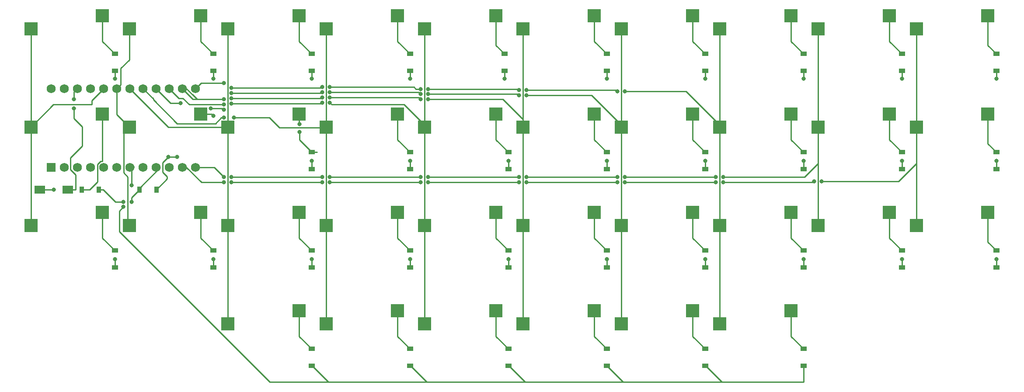
<source format=gbl>
%TF.GenerationSoftware,KiCad,Pcbnew,(5.1.12-1-10_14)*%
%TF.CreationDate,2022-02-07T22:24:56-07:00*%
%TF.ProjectId,youwu36,796f7577-7533-4362-9e6b-696361645f70,rev?*%
%TF.SameCoordinates,Original*%
%TF.FileFunction,Copper,L2,Bot*%
%TF.FilePolarity,Positive*%
%FSLAX46Y46*%
G04 Gerber Fmt 4.6, Leading zero omitted, Abs format (unit mm)*
G04 Created by KiCad (PCBNEW (5.1.12-1-10_14)) date 2022-02-07 22:24:56*
%MOMM*%
%LPD*%
G01*
G04 APERTURE LIST*
%TA.AperFunction,SMDPad,CuDef*%
%ADD10R,2.550000X2.500000*%
%TD*%
%TA.AperFunction,SMDPad,CuDef*%
%ADD11R,2.000000X1.600000*%
%TD*%
%TA.AperFunction,SMDPad,CuDef*%
%ADD12R,1.200000X0.900000*%
%TD*%
%TA.AperFunction,SMDPad,CuDef*%
%ADD13R,0.900000X1.200000*%
%TD*%
%TA.AperFunction,ComponentPad*%
%ADD14C,1.752600*%
%TD*%
%TA.AperFunction,ComponentPad*%
%ADD15R,1.752600X1.752600*%
%TD*%
%TA.AperFunction,ViaPad*%
%ADD16C,0.800000*%
%TD*%
%TA.AperFunction,Conductor*%
%ADD17C,0.250000*%
%TD*%
G04 APERTURE END LIST*
D10*
%TO.P,SW23,2*%
%TO.N,col_6*%
X136340000Y-25778750D03*
%TO.P,SW23,1*%
%TO.N,Net-(D23-Pad2)*%
X150190000Y-23238750D03*
%TD*%
%TO.P,SW36,2*%
%TO.N,col_9*%
X193490000Y-63878750D03*
%TO.P,SW36,1*%
%TO.N,Net-(D36-Pad2)*%
X207340000Y-61338750D03*
%TD*%
%TO.P,SW35,2*%
%TO.N,col_9*%
X193490000Y-44828750D03*
%TO.P,SW35,1*%
%TO.N,Net-(D35-Pad2)*%
X207340000Y-42288750D03*
%TD*%
%TO.P,SW24,2*%
%TO.N,col_6*%
X136340000Y-44828750D03*
%TO.P,SW24,1*%
%TO.N,Net-(D24-Pad2)*%
X150190000Y-42288750D03*
%TD*%
%TO.P,SW25,2*%
%TO.N,col_6*%
X136340000Y-63878750D03*
%TO.P,SW25,1*%
%TO.N,Net-(D25-Pad2)*%
X150190000Y-61338750D03*
%TD*%
%TO.P,SW26,2*%
%TO.N,col_6*%
X136340000Y-82928750D03*
%TO.P,SW26,1*%
%TO.N,Net-(D26-Pad2)*%
X150190000Y-80388750D03*
%TD*%
%TO.P,SW27,2*%
%TO.N,col_7*%
X155390000Y-25778750D03*
%TO.P,SW27,1*%
%TO.N,Net-(D27-Pad2)*%
X169240000Y-23238750D03*
%TD*%
%TO.P,SW28,2*%
%TO.N,col_7*%
X155390000Y-44828750D03*
%TO.P,SW28,1*%
%TO.N,Net-(D28-Pad2)*%
X169240000Y-42288750D03*
%TD*%
%TO.P,SW29,2*%
%TO.N,col_7*%
X155390000Y-63878750D03*
%TO.P,SW29,1*%
%TO.N,Net-(D29-Pad2)*%
X169240000Y-61338750D03*
%TD*%
%TO.P,SW30,2*%
%TO.N,col_7*%
X155390000Y-82928750D03*
%TO.P,SW30,1*%
%TO.N,Net-(D30-Pad2)*%
X169240000Y-80388750D03*
%TD*%
%TO.P,SW31,2*%
%TO.N,col_8*%
X174440000Y-25778750D03*
%TO.P,SW31,1*%
%TO.N,Net-(D31-Pad2)*%
X188290000Y-23238750D03*
%TD*%
%TO.P,SW32,2*%
%TO.N,col_8*%
X174440000Y-44828750D03*
%TO.P,SW32,1*%
%TO.N,Net-(D32-Pad2)*%
X188290000Y-42288750D03*
%TD*%
%TO.P,SW33,2*%
%TO.N,col_8*%
X174440000Y-63878750D03*
%TO.P,SW33,1*%
%TO.N,Net-(D33-Pad2)*%
X188290000Y-61338750D03*
%TD*%
%TO.P,SW34,2*%
%TO.N,col_9*%
X193490000Y-25778750D03*
%TO.P,SW34,1*%
%TO.N,Net-(D34-Pad2)*%
X207340000Y-23238750D03*
%TD*%
%TO.P,SW22,2*%
%TO.N,col_5*%
X117290000Y-82928750D03*
%TO.P,SW22,1*%
%TO.N,Net-(D22-Pad2)*%
X131140000Y-80388750D03*
%TD*%
%TO.P,SW18,2*%
%TO.N,col_4*%
X98240000Y-82928750D03*
%TO.P,SW18,1*%
%TO.N,Net-(D18-Pad2)*%
X112090000Y-80388750D03*
%TD*%
%TO.P,SW15,2*%
%TO.N,col_4*%
X98240000Y-25778750D03*
%TO.P,SW15,1*%
%TO.N,Net-(D15-Pad2)*%
X112090000Y-23238750D03*
%TD*%
%TO.P,SW13,2*%
%TO.N,col_3*%
X79190000Y-63878750D03*
%TO.P,SW13,1*%
%TO.N,Net-(D13-Pad2)*%
X93040000Y-61338750D03*
%TD*%
%TO.P,SW11,2*%
%TO.N,col_3*%
X79190000Y-25778750D03*
%TO.P,SW11,1*%
%TO.N,Net-(D11-Pad2)*%
X93040000Y-23238750D03*
%TD*%
%TO.P,SW14,2*%
%TO.N,col_3*%
X79190000Y-82928750D03*
%TO.P,SW14,1*%
%TO.N,Net-(D14-Pad2)*%
X93040000Y-80388750D03*
%TD*%
%TO.P,SW17,2*%
%TO.N,col_4*%
X98240000Y-63878750D03*
%TO.P,SW17,1*%
%TO.N,Net-(D17-Pad2)*%
X112090000Y-61338750D03*
%TD*%
%TO.P,SW12,2*%
%TO.N,col_3*%
X79190000Y-44828750D03*
%TO.P,SW12,1*%
%TO.N,Net-(D12-Pad2)*%
X93040000Y-42288750D03*
%TD*%
%TO.P,SW16,2*%
%TO.N,col_4*%
X98240000Y-44828750D03*
%TO.P,SW16,1*%
%TO.N,Net-(D16-Pad2)*%
X112090000Y-42288750D03*
%TD*%
%TO.P,SW19,2*%
%TO.N,col_5*%
X117290000Y-25778750D03*
%TO.P,SW19,1*%
%TO.N,Net-(D19-Pad2)*%
X131140000Y-23238750D03*
%TD*%
%TO.P,SW20,2*%
%TO.N,col_5*%
X117290000Y-44828750D03*
%TO.P,SW20,1*%
%TO.N,Net-(D20-Pad2)*%
X131140000Y-42288750D03*
%TD*%
%TO.P,SW21,2*%
%TO.N,col_5*%
X117290000Y-63878750D03*
%TO.P,SW21,1*%
%TO.N,Net-(D21-Pad2)*%
X131140000Y-61338750D03*
%TD*%
D11*
%TO.P,SW37,1*%
%TO.N,GND*%
X23725000Y-56893750D03*
%TO.P,SW37,2*%
%TO.N,Net-(SW37-Pad2)*%
X29125000Y-56893750D03*
%TD*%
D12*
%TO.P,D36,2*%
%TO.N,Net-(D36-Pad2)*%
X208987500Y-68737500D03*
%TO.P,D36,1*%
%TO.N,row_2*%
X208987500Y-72037500D03*
%TD*%
%TO.P,D35,2*%
%TO.N,Net-(D35-Pad2)*%
X208987500Y-49687500D03*
%TO.P,D35,1*%
%TO.N,row_1*%
X208987500Y-52987500D03*
%TD*%
%TO.P,D34,2*%
%TO.N,Net-(D34-Pad2)*%
X208987500Y-30637500D03*
%TO.P,D34,1*%
%TO.N,row_0*%
X208987500Y-33937500D03*
%TD*%
%TO.P,D33,2*%
%TO.N,Net-(D33-Pad2)*%
X190731250Y-68737500D03*
%TO.P,D33,1*%
%TO.N,row_2*%
X190731250Y-72037500D03*
%TD*%
%TO.P,D32,2*%
%TO.N,Net-(D32-Pad2)*%
X190731250Y-49687500D03*
%TO.P,D32,1*%
%TO.N,row_1*%
X190731250Y-52987500D03*
%TD*%
%TO.P,D31,2*%
%TO.N,Net-(D31-Pad2)*%
X190731250Y-30637500D03*
%TO.P,D31,1*%
%TO.N,row_0*%
X190731250Y-33937500D03*
%TD*%
%TO.P,D30,2*%
%TO.N,Net-(D30-Pad2)*%
X171681250Y-87787500D03*
%TO.P,D30,1*%
%TO.N,row_3*%
X171681250Y-91087500D03*
%TD*%
%TO.P,D29,2*%
%TO.N,Net-(D29-Pad2)*%
X171681250Y-68737500D03*
%TO.P,D29,1*%
%TO.N,row_2*%
X171681250Y-72037500D03*
%TD*%
%TO.P,D28,2*%
%TO.N,Net-(D28-Pad2)*%
X171681250Y-49687500D03*
%TO.P,D28,1*%
%TO.N,row_1*%
X171681250Y-52987500D03*
%TD*%
%TO.P,D27,2*%
%TO.N,Net-(D27-Pad2)*%
X171681250Y-30637500D03*
%TO.P,D27,1*%
%TO.N,row_0*%
X171681250Y-33937500D03*
%TD*%
%TO.P,D26,2*%
%TO.N,Net-(D26-Pad2)*%
X152631250Y-87787500D03*
%TO.P,D26,1*%
%TO.N,row_3*%
X152631250Y-91087500D03*
%TD*%
%TO.P,D25,2*%
%TO.N,Net-(D25-Pad2)*%
X152631250Y-68737500D03*
%TO.P,D25,1*%
%TO.N,row_2*%
X152631250Y-72037500D03*
%TD*%
%TO.P,D24,2*%
%TO.N,Net-(D24-Pad2)*%
X152631250Y-49687500D03*
%TO.P,D24,1*%
%TO.N,row_1*%
X152631250Y-52987500D03*
%TD*%
%TO.P,D23,2*%
%TO.N,Net-(D23-Pad2)*%
X152631250Y-30637500D03*
%TO.P,D23,1*%
%TO.N,row_0*%
X152631250Y-33937500D03*
%TD*%
%TO.P,D22,2*%
%TO.N,Net-(D22-Pad2)*%
X133581250Y-87787500D03*
%TO.P,D22,1*%
%TO.N,row_3*%
X133581250Y-91087500D03*
%TD*%
%TO.P,D21,2*%
%TO.N,Net-(D21-Pad2)*%
X133581250Y-68737500D03*
%TO.P,D21,1*%
%TO.N,row_2*%
X133581250Y-72037500D03*
%TD*%
%TO.P,D20,2*%
%TO.N,Net-(D20-Pad2)*%
X133581250Y-49687500D03*
%TO.P,D20,1*%
%TO.N,row_1*%
X133581250Y-52987500D03*
%TD*%
%TO.P,D19,2*%
%TO.N,Net-(D19-Pad2)*%
X133581250Y-30637500D03*
%TO.P,D19,1*%
%TO.N,row_0*%
X133581250Y-33937500D03*
%TD*%
%TO.P,D18,2*%
%TO.N,Net-(D18-Pad2)*%
X114531250Y-87787500D03*
%TO.P,D18,1*%
%TO.N,row_3*%
X114531250Y-91087500D03*
%TD*%
%TO.P,D17,2*%
%TO.N,Net-(D17-Pad2)*%
X114531250Y-68737500D03*
%TO.P,D17,1*%
%TO.N,row_2*%
X114531250Y-72037500D03*
%TD*%
%TO.P,D16,2*%
%TO.N,Net-(D16-Pad2)*%
X114531250Y-49687500D03*
%TO.P,D16,1*%
%TO.N,row_1*%
X114531250Y-52987500D03*
%TD*%
%TO.P,D15,2*%
%TO.N,Net-(D15-Pad2)*%
X113737500Y-30637500D03*
%TO.P,D15,1*%
%TO.N,row_0*%
X113737500Y-33937500D03*
%TD*%
%TO.P,D14,2*%
%TO.N,Net-(D14-Pad2)*%
X95481250Y-87787500D03*
%TO.P,D14,1*%
%TO.N,row_3*%
X95481250Y-91087500D03*
%TD*%
%TO.P,D13,2*%
%TO.N,Net-(D13-Pad2)*%
X95481250Y-68737500D03*
%TO.P,D13,1*%
%TO.N,row_2*%
X95481250Y-72037500D03*
%TD*%
%TO.P,D12,2*%
%TO.N,Net-(D12-Pad2)*%
X95481250Y-49687500D03*
%TO.P,D12,1*%
%TO.N,row_1*%
X95481250Y-52987500D03*
%TD*%
%TO.P,D11,2*%
%TO.N,Net-(D11-Pad2)*%
X95481250Y-30637500D03*
%TO.P,D11,1*%
%TO.N,row_0*%
X95481250Y-33937500D03*
%TD*%
%TO.P,D10,2*%
%TO.N,Net-(D10-Pad2)*%
X76431250Y-87787500D03*
%TO.P,D10,1*%
%TO.N,row_3*%
X76431250Y-91087500D03*
%TD*%
%TO.P,D9,2*%
%TO.N,Net-(D9-Pad2)*%
X76431250Y-68737500D03*
%TO.P,D9,1*%
%TO.N,row_2*%
X76431250Y-72037500D03*
%TD*%
%TO.P,D8,2*%
%TO.N,Net-(D8-Pad2)*%
X76431250Y-49687500D03*
%TO.P,D8,1*%
%TO.N,row_1*%
X76431250Y-52987500D03*
%TD*%
%TO.P,D7,2*%
%TO.N,Net-(D7-Pad2)*%
X76431250Y-30637500D03*
%TO.P,D7,1*%
%TO.N,row_0*%
X76431250Y-33937500D03*
%TD*%
%TO.P,D6,2*%
%TO.N,Net-(D6-Pad2)*%
X57381250Y-68737500D03*
%TO.P,D6,1*%
%TO.N,row_2*%
X57381250Y-72037500D03*
%TD*%
D13*
%TO.P,D5,2*%
%TO.N,Net-(D5-Pad2)*%
X46331250Y-56893750D03*
%TO.P,D5,1*%
%TO.N,row_1*%
X43031250Y-56893750D03*
%TD*%
D12*
%TO.P,D4,2*%
%TO.N,Net-(D4-Pad2)*%
X57381250Y-30637500D03*
%TO.P,D4,1*%
%TO.N,row_0*%
X57381250Y-33937500D03*
%TD*%
%TO.P,D3,2*%
%TO.N,Net-(D3-Pad2)*%
X38331250Y-68737500D03*
%TO.P,D3,1*%
%TO.N,row_2*%
X38331250Y-72037500D03*
%TD*%
D13*
%TO.P,D2,2*%
%TO.N,Net-(D2-Pad2)*%
X31918750Y-56893750D03*
%TO.P,D2,1*%
%TO.N,row_1*%
X35218750Y-56893750D03*
%TD*%
D12*
%TO.P,D1,2*%
%TO.N,Net-(D1-Pad2)*%
X38331250Y-30637500D03*
%TO.P,D1,1*%
%TO.N,row_0*%
X38331250Y-33937500D03*
%TD*%
D14*
%TO.P,U1,24*%
%TO.N,Net-(U1-Pad24)*%
X25948750Y-37367500D03*
%TO.P,U1,12*%
%TO.N,col_8*%
X53888750Y-52607500D03*
%TO.P,U1,23*%
%TO.N,GND*%
X28488750Y-37367500D03*
%TO.P,U1,22*%
%TO.N,Net-(SW37-Pad2)*%
X31028750Y-37367500D03*
%TO.P,U1,21*%
%TO.N,VCC*%
X33568750Y-37367500D03*
%TO.P,U1,20*%
%TO.N,col_0*%
X36108750Y-37367500D03*
%TO.P,U1,19*%
%TO.N,col_1*%
X38648750Y-37367500D03*
%TO.P,U1,18*%
%TO.N,col_2*%
X41188750Y-37367500D03*
%TO.P,U1,17*%
%TO.N,col_3*%
X43728750Y-37367500D03*
%TO.P,U1,16*%
%TO.N,col_4*%
X46268750Y-37367500D03*
%TO.P,U1,15*%
%TO.N,col_5*%
X48808750Y-37367500D03*
%TO.P,U1,14*%
%TO.N,col_6*%
X51348750Y-37367500D03*
%TO.P,U1,13*%
%TO.N,col_7*%
X53888750Y-37367500D03*
%TO.P,U1,11*%
%TO.N,col_9*%
X51348750Y-52607500D03*
%TO.P,U1,10*%
%TO.N,row_0*%
X48808750Y-52607500D03*
%TO.P,U1,9*%
%TO.N,row_1*%
X46268750Y-52607500D03*
%TO.P,U1,8*%
%TO.N,row_2*%
X43728750Y-52607500D03*
%TO.P,U1,7*%
%TO.N,row_3*%
X41188750Y-52607500D03*
%TO.P,U1,6*%
%TO.N,Net-(U1-Pad6)*%
X38648750Y-52607500D03*
%TO.P,U1,5*%
%TO.N,Net-(U1-Pad5)*%
X36108750Y-52607500D03*
%TO.P,U1,4*%
%TO.N,GND*%
X33568750Y-52607500D03*
%TO.P,U1,3*%
X31028750Y-52607500D03*
%TO.P,U1,2*%
%TO.N,Net-(U1-Pad2)*%
X28488750Y-52607500D03*
D15*
%TO.P,U1,1*%
%TO.N,Net-(U1-Pad1)*%
X25948750Y-52607500D03*
%TD*%
D10*
%TO.P,SW10,2*%
%TO.N,col_2*%
X60140000Y-82928750D03*
%TO.P,SW10,1*%
%TO.N,Net-(D10-Pad2)*%
X73990000Y-80388750D03*
%TD*%
%TO.P,SW9,2*%
%TO.N,col_2*%
X60140000Y-63878750D03*
%TO.P,SW9,1*%
%TO.N,Net-(D9-Pad2)*%
X73990000Y-61338750D03*
%TD*%
%TO.P,SW8,2*%
%TO.N,col_2*%
X60140000Y-44828750D03*
%TO.P,SW8,1*%
%TO.N,Net-(D8-Pad2)*%
X73990000Y-42288750D03*
%TD*%
%TO.P,SW7,2*%
%TO.N,col_2*%
X60140000Y-25778750D03*
%TO.P,SW7,1*%
%TO.N,Net-(D7-Pad2)*%
X73990000Y-23238750D03*
%TD*%
%TO.P,SW6,2*%
%TO.N,col_1*%
X41090000Y-63878750D03*
%TO.P,SW6,1*%
%TO.N,Net-(D6-Pad2)*%
X54940000Y-61338750D03*
%TD*%
%TO.P,SW5,2*%
%TO.N,col_1*%
X41090000Y-44828750D03*
%TO.P,SW5,1*%
%TO.N,Net-(D5-Pad2)*%
X54940000Y-42288750D03*
%TD*%
%TO.P,SW4,2*%
%TO.N,col_1*%
X41090000Y-25778750D03*
%TO.P,SW4,1*%
%TO.N,Net-(D4-Pad2)*%
X54940000Y-23238750D03*
%TD*%
%TO.P,SW3,2*%
%TO.N,col_0*%
X22040000Y-63878750D03*
%TO.P,SW3,1*%
%TO.N,Net-(D3-Pad2)*%
X35890000Y-61338750D03*
%TD*%
%TO.P,SW2,2*%
%TO.N,col_0*%
X22040000Y-44828750D03*
%TO.P,SW2,1*%
%TO.N,Net-(D2-Pad2)*%
X35890000Y-42288750D03*
%TD*%
%TO.P,SW1,2*%
%TO.N,col_0*%
X22040000Y-25778750D03*
%TO.P,SW1,1*%
%TO.N,Net-(D1-Pad2)*%
X35890000Y-23238750D03*
%TD*%
D16*
%TO.N,row_0*%
X57381250Y-35462500D03*
X38331250Y-35462500D03*
X113737500Y-35462500D03*
X208987500Y-35462500D03*
X76431250Y-35462500D03*
X190731250Y-35462500D03*
X133581250Y-35462500D03*
X95481250Y-35462500D03*
X152631250Y-35462500D03*
X171681250Y-35462500D03*
%TO.N,row_1*%
X39918750Y-59275000D03*
X41506250Y-59275000D03*
X171681250Y-51337500D03*
X114531250Y-51337500D03*
X190731250Y-51337500D03*
X133581250Y-51337500D03*
X95481250Y-51337500D03*
X208987500Y-51337500D03*
X76431250Y-51337500D03*
X152631250Y-51337500D03*
%TO.N,row_2*%
X57381250Y-70387500D03*
X38331250Y-70387500D03*
X208987500Y-70387500D03*
X76431250Y-70387500D03*
X133581250Y-70387500D03*
X190731250Y-70387500D03*
X152631250Y-70387500D03*
X114531250Y-70387500D03*
X171681250Y-70387500D03*
X95481250Y-70387500D03*
%TO.N,row_3*%
X41506250Y-56100000D03*
X39918750Y-60275003D03*
%TO.N,col_3*%
X59415000Y-42978748D03*
X61350000Y-42978748D03*
%TO.N,col_4*%
X60865000Y-40225000D03*
X51028938Y-40194933D03*
X56815002Y-41156253D03*
X59415000Y-41431256D03*
X78465000Y-40050009D03*
X79915000Y-40050009D03*
%TO.N,col_5*%
X60865000Y-39224997D03*
X59415000Y-40431253D03*
X78465000Y-39050006D03*
X79915000Y-39050006D03*
X98965000Y-39431250D03*
X97515000Y-39431250D03*
%TO.N,col_6*%
X60865000Y-38224994D03*
X59415000Y-39431250D03*
X78465000Y-38050003D03*
X118015000Y-38637500D03*
X116565000Y-38637500D03*
X97515000Y-38431247D03*
X98965000Y-38431247D03*
X79915000Y-38050003D03*
%TO.N,col_7*%
X60865000Y-37224991D03*
X59415000Y-36256250D03*
X79915000Y-37050000D03*
X98965000Y-37431244D03*
X118015000Y-37637497D03*
X116565000Y-37637497D03*
X135615000Y-37843750D03*
X97515000Y-37431244D03*
X78465000Y-37050000D03*
X137065000Y-37843750D03*
%TO.N,col_8*%
X59415000Y-54512500D03*
X60865000Y-54512500D03*
X154665000Y-54512500D03*
X79915000Y-54512500D03*
X78465000Y-54512500D03*
X118015000Y-54512500D03*
X135615000Y-54512500D03*
X116565000Y-54512500D03*
X137065000Y-54512500D03*
X97515000Y-54512500D03*
X98965000Y-54512500D03*
X154665000Y-54512500D03*
X156115000Y-54512500D03*
%TO.N,col_9*%
X59415000Y-55512503D03*
X60865000Y-55512503D03*
X156115000Y-55512503D03*
X135615000Y-55512503D03*
X98965000Y-55512503D03*
X173715000Y-55306250D03*
X154665000Y-55512503D03*
X137065000Y-55512503D03*
X78465000Y-55512503D03*
X97515000Y-55512503D03*
X79915000Y-55512503D03*
X116565000Y-55512503D03*
X175165000Y-55306250D03*
X118015000Y-55512503D03*
%TO.N,GND*%
X26425000Y-56893750D03*
%TO.N,Net-(SW37-Pad2)*%
X30351145Y-41188749D03*
X30393750Y-39431250D03*
%TO.N,Net-(D5-Pad2)*%
X57381250Y-42606250D03*
X57381250Y-42606250D03*
X50327500Y-50543750D03*
X48650000Y-50543750D03*
%TO.N,Net-(D8-Pad2)*%
X74050000Y-45781250D03*
X74050000Y-44193750D03*
%TD*%
D17*
%TO.N,row_0*%
X57381250Y-33937500D02*
X57381250Y-35462500D01*
X38331250Y-33937500D02*
X38331250Y-35462500D01*
X208987500Y-33937500D02*
X208987500Y-35462500D01*
X76431250Y-33937500D02*
X76431250Y-35462500D01*
X95481250Y-33937500D02*
X95481250Y-35462500D01*
X113737500Y-33937500D02*
X113737500Y-35462500D01*
X133581250Y-33937500D02*
X133581250Y-35462500D01*
X152631250Y-33937500D02*
X152631250Y-35462500D01*
X171681250Y-33937500D02*
X171681250Y-35462500D01*
X190731250Y-33937500D02*
X190731250Y-35462500D01*
%TO.N,row_1*%
X171681250Y-52987500D02*
X171681250Y-51337500D01*
X190731250Y-52987500D02*
X190731250Y-51337500D01*
X152631250Y-52987500D02*
X152631250Y-51337500D01*
X133581250Y-52987500D02*
X133581250Y-51337500D01*
X114531250Y-52987500D02*
X114531250Y-51337500D01*
X95481250Y-52987500D02*
X95481250Y-51337500D01*
X76431250Y-52987500D02*
X76431250Y-51337500D01*
X208987500Y-52987500D02*
X208987500Y-51337500D01*
X43031250Y-56638750D02*
X43031250Y-56893750D01*
X47062500Y-52607500D02*
X43031250Y-56638750D01*
X38393750Y-59275000D02*
X39918750Y-59275000D01*
X36012500Y-56893750D02*
X38393750Y-59275000D01*
X41506250Y-58418750D02*
X43031250Y-56893750D01*
X41506250Y-59275000D02*
X41506250Y-58418750D01*
X36012500Y-56893750D02*
X35218750Y-56893750D01*
%TO.N,row_2*%
X208987500Y-72037500D02*
X208987500Y-70387500D01*
X190731250Y-70387500D02*
X190731250Y-72037500D01*
X171681250Y-70387500D02*
X171681250Y-72037500D01*
X152631250Y-70387500D02*
X152631250Y-72037500D01*
X133581250Y-70387500D02*
X133581250Y-72037500D01*
X114531250Y-70387500D02*
X114531250Y-72037500D01*
X95481250Y-70387500D02*
X95481250Y-72037500D01*
X76431250Y-70387500D02*
X76431250Y-72037500D01*
X57381250Y-70387500D02*
X57381250Y-72037500D01*
X38331250Y-70387500D02*
X38331250Y-72037500D01*
%TO.N,row_3*%
X41982500Y-52607500D02*
X41982500Y-52448750D01*
X171681250Y-94200000D02*
X171681250Y-91087500D01*
X136693750Y-94200000D02*
X133581250Y-91087500D01*
X152631250Y-94200000D02*
X136693750Y-94200000D01*
X114593750Y-91087500D02*
X117706250Y-94200000D01*
X114593750Y-91087500D02*
X114531250Y-91087500D01*
X95543750Y-91087500D02*
X98656250Y-94200000D01*
X95481250Y-91087500D02*
X95543750Y-91087500D01*
X76431250Y-91087500D02*
X76493750Y-91087500D01*
X76493750Y-91087500D02*
X79606250Y-94200000D01*
X79606250Y-94200000D02*
X98656250Y-94200000D01*
X152693750Y-91087500D02*
X155806250Y-94200000D01*
X152631250Y-91087500D02*
X152693750Y-91087500D01*
X155806250Y-94200000D02*
X171681250Y-94200000D01*
X98656250Y-94200000D02*
X155806250Y-94200000D01*
X68301248Y-94200000D02*
X79606250Y-94200000D01*
X39125000Y-65023752D02*
X68301248Y-94200000D01*
X39918750Y-60275003D02*
X39125000Y-61068753D01*
X39125000Y-61068753D02*
X39125000Y-65023752D01*
X41506250Y-52882541D02*
X41231209Y-52607500D01*
X41506250Y-56100000D02*
X41506250Y-52882541D01*
%TO.N,col_0*%
X33806251Y-40463749D02*
X26405001Y-40463749D01*
X26405001Y-40463749D02*
X22040000Y-44828750D01*
X22040000Y-44828750D02*
X22040000Y-25778750D01*
X22040000Y-44828750D02*
X22040000Y-63878750D01*
X33806251Y-39669999D02*
X36108750Y-37367500D01*
X33806251Y-40463749D02*
X33806251Y-39669999D01*
%TO.N,col_1*%
X41090000Y-31766248D02*
X41090000Y-25778750D01*
X39442500Y-33413748D02*
X41090000Y-31766248D01*
X40781199Y-63569949D02*
X41090000Y-63878750D01*
X39987449Y-45931301D02*
X41090000Y-44828750D01*
X40781199Y-54443801D02*
X39987449Y-53650051D01*
X39987449Y-53650051D02*
X39987449Y-45931301D01*
X40781199Y-54443801D02*
X40781199Y-63569949D01*
X39442500Y-36573750D02*
X38648750Y-37367500D01*
X39442500Y-33413748D02*
X39442500Y-36573750D01*
X38648750Y-42387500D02*
X41090000Y-44828750D01*
X38648750Y-37367500D02*
X38648750Y-42387500D01*
%TO.N,col_2*%
X49443750Y-44828750D02*
X60140000Y-44828750D01*
X60140000Y-44828750D02*
X60140000Y-25778750D01*
X60140000Y-44828750D02*
X60140000Y-63878750D01*
X60140000Y-63878750D02*
X60140000Y-82928750D01*
X48650000Y-44828750D02*
X49443750Y-44828750D01*
X41188750Y-37367500D02*
X48650000Y-44828750D01*
%TO.N,col_3*%
X50313999Y-44113751D02*
X57744997Y-44113751D01*
X57744997Y-44113751D02*
X58880000Y-42978748D01*
X45723801Y-39523553D02*
X50313999Y-44113751D01*
X58880000Y-42978748D02*
X59415000Y-42978748D01*
X68228996Y-42978748D02*
X61350000Y-42978748D01*
X70168999Y-44918751D02*
X68228996Y-42978748D01*
X79099999Y-44918751D02*
X70168999Y-44918751D01*
X79190000Y-44828750D02*
X79099999Y-44918751D01*
X79190000Y-44828750D02*
X79190000Y-25778750D01*
X79190000Y-44828750D02*
X79190000Y-63878750D01*
X79190000Y-63878750D02*
X79190000Y-82928750D01*
X45723801Y-39362551D02*
X45723801Y-39523553D01*
X43728750Y-37367500D02*
X45723801Y-39362551D01*
%TO.N,col_4*%
X98240000Y-44828750D02*
X98240000Y-25778750D01*
X98240000Y-82928750D02*
X98240000Y-63878750D01*
X98240000Y-44828750D02*
X98240000Y-63878750D01*
X78290009Y-40225000D02*
X78465000Y-40050009D01*
X60865000Y-40225000D02*
X78290009Y-40225000D01*
X80314999Y-40450008D02*
X94311260Y-40450008D01*
X79915000Y-40050009D02*
X80314999Y-40450008D01*
X98240000Y-44378748D02*
X98240000Y-44828750D01*
X94311260Y-40450008D02*
X98240000Y-44378748D01*
X50998871Y-40225000D02*
X51028938Y-40194933D01*
X59139997Y-41156253D02*
X59415000Y-41431256D01*
X56815002Y-41156253D02*
X59139997Y-41156253D01*
X49096183Y-40194933D02*
X51028938Y-40194933D01*
X46268750Y-37367500D02*
X49096183Y-40194933D01*
%TO.N,col_5*%
X117290000Y-63878750D02*
X117290000Y-82928750D01*
X97308747Y-39224997D02*
X97515000Y-39431250D01*
X113392500Y-39431250D02*
X117290000Y-43328750D01*
X117290000Y-43328750D02*
X117290000Y-44828750D01*
X98965000Y-39431250D02*
X113392500Y-39431250D01*
X117290000Y-44828750D02*
X117290000Y-25778750D01*
X117290000Y-44828750D02*
X117290000Y-63878750D01*
X78290009Y-39224997D02*
X78465000Y-39050006D01*
X60865000Y-39224997D02*
X78290009Y-39224997D01*
X97133756Y-39050006D02*
X97515000Y-39431250D01*
X79915000Y-39050006D02*
X97133756Y-39050006D01*
X52666253Y-40431253D02*
X59415000Y-40431253D01*
X51459997Y-39224997D02*
X52666253Y-40431253D01*
X50666247Y-39224997D02*
X51459997Y-39224997D01*
X48808750Y-37367500D02*
X50666247Y-39224997D01*
%TO.N,col_6*%
X136340000Y-44828750D02*
X136340000Y-63878750D01*
X136340000Y-63878750D02*
X136340000Y-82928750D01*
X97308747Y-38224994D02*
X97515000Y-38431247D01*
X116358747Y-38431247D02*
X116565000Y-38637500D01*
X98965000Y-38431247D02*
X116358747Y-38431247D01*
X136340000Y-44378748D02*
X136340000Y-44828750D01*
X130598752Y-38637500D02*
X136340000Y-44378748D01*
X118015000Y-38637500D02*
X130598752Y-38637500D01*
X136340000Y-44828750D02*
X136340000Y-25778750D01*
X78290009Y-38224994D02*
X78465000Y-38050003D01*
X60865000Y-38224994D02*
X78290009Y-38224994D01*
X97133756Y-38050003D02*
X97515000Y-38431247D01*
X79915000Y-38050003D02*
X97133756Y-38050003D01*
X54206250Y-39431250D02*
X59415000Y-39431250D01*
X53412500Y-39431250D02*
X54206250Y-39431250D01*
X51348750Y-37367500D02*
X53412500Y-39431250D01*
X53343801Y-38568801D02*
X54206250Y-39431250D01*
X52142500Y-37367500D02*
X53343801Y-38568801D01*
%TO.N,col_7*%
X97308747Y-37224991D02*
X97515000Y-37431244D01*
X116358747Y-37431244D02*
X116565000Y-37637497D01*
X98965000Y-37431244D02*
X116358747Y-37431244D01*
X135408747Y-37637497D02*
X135615000Y-37843750D01*
X118015000Y-37637497D02*
X135408747Y-37637497D01*
X148855002Y-37843750D02*
X155390000Y-44378748D01*
X155390000Y-44378748D02*
X155390000Y-44828750D01*
X137065000Y-37843750D02*
X148855002Y-37843750D01*
X155390000Y-44828750D02*
X155390000Y-25778750D01*
X155390000Y-44828750D02*
X155390000Y-63878750D01*
X155390000Y-63878750D02*
X155390000Y-82928750D01*
X78290009Y-37224991D02*
X78465000Y-37050000D01*
X60865000Y-37224991D02*
X78290009Y-37224991D01*
X96592492Y-37431244D02*
X97515000Y-37431244D01*
X96211248Y-37050000D02*
X96592492Y-37431244D01*
X79915000Y-37050000D02*
X96211248Y-37050000D01*
X55000000Y-36256250D02*
X59415000Y-36256250D01*
X53888750Y-37367500D02*
X55000000Y-36256250D01*
%TO.N,col_8*%
X57510000Y-52607500D02*
X59415000Y-54512500D01*
X54682500Y-52607500D02*
X57510000Y-52607500D01*
X118015000Y-54512500D02*
X135615000Y-54512500D01*
X137065000Y-54512500D02*
X154665000Y-54512500D01*
X174440000Y-51863752D02*
X174440000Y-44828750D01*
X171791252Y-54512500D02*
X174440000Y-51863752D01*
X156115000Y-54512500D02*
X171791252Y-54512500D01*
X174440000Y-44828750D02*
X174440000Y-63878750D01*
X174440000Y-44828750D02*
X174440000Y-25778750D01*
X54682500Y-52607500D02*
X54523750Y-52607500D01*
X60865000Y-54512500D02*
X78465000Y-54512500D01*
X79915000Y-54512500D02*
X97515000Y-54512500D01*
X98965000Y-54512500D02*
X116565000Y-54512500D01*
%TO.N,col_9*%
X55047503Y-55512503D02*
X59415000Y-55512503D01*
X52142500Y-52607500D02*
X55047503Y-55512503D01*
X118015000Y-55512503D02*
X135615000Y-55512503D01*
X137065000Y-55512503D02*
X154665000Y-55512503D01*
X173508747Y-55512503D02*
X173715000Y-55306250D01*
X156115000Y-55512503D02*
X173508747Y-55512503D01*
X193490000Y-51863752D02*
X193490000Y-44828750D01*
X190047502Y-55306250D02*
X193490000Y-51863752D01*
X175165000Y-55306250D02*
X190047502Y-55306250D01*
X193490000Y-44828750D02*
X193490000Y-25778750D01*
X193490000Y-63878750D02*
X193490000Y-44828750D01*
X60865000Y-55512503D02*
X78465000Y-55512503D01*
X79915000Y-55512503D02*
X97515000Y-55512503D01*
X98965000Y-55512503D02*
X116565000Y-55512503D01*
%TO.N,GND*%
X26425000Y-56893750D02*
X23725000Y-56893750D01*
%TO.N,Net-(SW37-Pad2)*%
X30314999Y-43164751D02*
X30314999Y-41224895D01*
X30314999Y-41224895D02*
X30351145Y-41188749D01*
X31918901Y-44768653D02*
X30314999Y-43164751D01*
X31918901Y-48481823D02*
X31918901Y-44768653D01*
X29690051Y-53015051D02*
X29690051Y-50710673D01*
X30712500Y-54037500D02*
X29690051Y-53015051D01*
X29690051Y-50710673D02*
X31918901Y-48481823D01*
X30712500Y-56893750D02*
X30712500Y-54037500D01*
X30393750Y-38002500D02*
X31028750Y-37367500D01*
X30393750Y-39431250D02*
X30393750Y-38002500D01*
X30712500Y-56893750D02*
X29125000Y-56893750D01*
%TO.N,Net-(D1-Pad2)*%
X35890000Y-23238750D02*
X36426250Y-23238750D01*
X35890000Y-28196250D02*
X38331250Y-30637500D01*
X35890000Y-23238750D02*
X35890000Y-28196250D01*
%TO.N,Net-(D2-Pad2)*%
X35540824Y-51397500D02*
X35890000Y-51397500D01*
X34907449Y-52030875D02*
X35540824Y-51397500D01*
X34907449Y-55398801D02*
X34907449Y-52030875D01*
X33412500Y-56893750D02*
X34907449Y-55398801D01*
X32712500Y-56893750D02*
X33412500Y-56893750D01*
X35890000Y-42288750D02*
X35890000Y-51397500D01*
X32712500Y-56893750D02*
X31918750Y-56893750D01*
%TO.N,Net-(D3-Pad2)*%
X35890000Y-66296250D02*
X38331250Y-68737500D01*
X35890000Y-61338750D02*
X35890000Y-66296250D01*
%TO.N,Net-(D4-Pad2)*%
X54940000Y-28196250D02*
X57381250Y-30637500D01*
X54940000Y-23238750D02*
X54940000Y-28196250D01*
%TO.N,Net-(D5-Pad2)*%
X57063750Y-42288750D02*
X57381250Y-42606250D01*
X54940000Y-42288750D02*
X57063750Y-42288750D01*
X50327500Y-50543750D02*
X48650000Y-50543750D01*
X47512509Y-51681241D02*
X48650000Y-50543750D01*
X47512509Y-53543862D02*
X47512509Y-51681241D01*
X48401199Y-54432552D02*
X47512509Y-53543862D01*
X48401199Y-54823801D02*
X46331250Y-56893750D01*
X48401199Y-54432552D02*
X48401199Y-54823801D01*
%TO.N,Net-(D6-Pad2)*%
X54940000Y-66296250D02*
X57381250Y-68737500D01*
X54940000Y-61338750D02*
X54940000Y-66296250D01*
%TO.N,Net-(D7-Pad2)*%
X73990000Y-28196250D02*
X76431250Y-30637500D01*
X73990000Y-23238750D02*
X73990000Y-28196250D01*
%TO.N,Net-(D8-Pad2)*%
X77441252Y-49687500D02*
X76431250Y-49687500D01*
X73990000Y-44133750D02*
X74050000Y-44193750D01*
X73990000Y-42288750D02*
X73990000Y-44133750D01*
X74050000Y-47306250D02*
X76431250Y-49687500D01*
X74050000Y-45781250D02*
X74050000Y-47306250D01*
%TO.N,Net-(D9-Pad2)*%
X73990000Y-66296250D02*
X76431250Y-68737500D01*
X73990000Y-61338750D02*
X73990000Y-66296250D01*
%TO.N,Net-(D10-Pad2)*%
X73990000Y-85346250D02*
X76431250Y-87787500D01*
X73990000Y-80388750D02*
X73990000Y-85346250D01*
%TO.N,Net-(D11-Pad2)*%
X93040000Y-28196250D02*
X95481250Y-30637500D01*
X93040000Y-23238750D02*
X93040000Y-28196250D01*
%TO.N,Net-(D12-Pad2)*%
X93040000Y-47246250D02*
X95481250Y-49687500D01*
X93040000Y-42288750D02*
X93040000Y-47246250D01*
%TO.N,Net-(D13-Pad2)*%
X93040000Y-66296250D02*
X95481250Y-68737500D01*
X93040000Y-61338750D02*
X93040000Y-66296250D01*
%TO.N,Net-(D14-Pad2)*%
X93040000Y-85346250D02*
X95481250Y-87787500D01*
X93040000Y-80388750D02*
X93040000Y-85346250D01*
%TO.N,Net-(D15-Pad2)*%
X112090000Y-28990000D02*
X113737500Y-30637500D01*
X112090000Y-23238750D02*
X112090000Y-28990000D01*
%TO.N,Net-(D16-Pad2)*%
X112090000Y-47246250D02*
X114531250Y-49687500D01*
X112090000Y-42288750D02*
X112090000Y-47246250D01*
%TO.N,Net-(D17-Pad2)*%
X112090000Y-66296250D02*
X114531250Y-68737500D01*
X112090000Y-61338750D02*
X112090000Y-66296250D01*
%TO.N,Net-(D18-Pad2)*%
X112090000Y-85346250D02*
X114531250Y-87787500D01*
X112090000Y-80388750D02*
X112090000Y-85346250D01*
%TO.N,Net-(D19-Pad2)*%
X131140000Y-28196250D02*
X133581250Y-30637500D01*
X131140000Y-23238750D02*
X131140000Y-28196250D01*
%TO.N,Net-(D20-Pad2)*%
X131140000Y-47246250D02*
X133581250Y-49687500D01*
X131140000Y-42288750D02*
X131140000Y-47246250D01*
%TO.N,Net-(D21-Pad2)*%
X131140000Y-66296250D02*
X133581250Y-68737500D01*
X131140000Y-61338750D02*
X131140000Y-66296250D01*
%TO.N,Net-(D22-Pad2)*%
X131140000Y-85346250D02*
X133581250Y-87787500D01*
X131140000Y-80388750D02*
X131140000Y-85346250D01*
%TO.N,Net-(D23-Pad2)*%
X150190000Y-28196250D02*
X152631250Y-30637500D01*
X150190000Y-23238750D02*
X150190000Y-28196250D01*
%TO.N,Net-(D24-Pad2)*%
X150190000Y-47246250D02*
X152631250Y-49687500D01*
X150190000Y-42288750D02*
X150190000Y-47246250D01*
%TO.N,Net-(D25-Pad2)*%
X150190000Y-66296250D02*
X152631250Y-68737500D01*
X150190000Y-61338750D02*
X150190000Y-66296250D01*
%TO.N,Net-(D26-Pad2)*%
X150190000Y-85346250D02*
X152631250Y-87787500D01*
X150190000Y-80388750D02*
X150190000Y-85346250D01*
%TO.N,Net-(D27-Pad2)*%
X169240000Y-28196250D02*
X171681250Y-30637500D01*
X169240000Y-23238750D02*
X169240000Y-28196250D01*
%TO.N,Net-(D28-Pad2)*%
X169240000Y-47246250D02*
X171681250Y-49687500D01*
X169240000Y-42288750D02*
X169240000Y-47246250D01*
%TO.N,Net-(D29-Pad2)*%
X169240000Y-66296250D02*
X171681250Y-68737500D01*
X169240000Y-61338750D02*
X169240000Y-66296250D01*
%TO.N,Net-(D30-Pad2)*%
X169240000Y-85346250D02*
X171681250Y-87787500D01*
X169240000Y-80388750D02*
X169240000Y-85346250D01*
%TO.N,Net-(D31-Pad2)*%
X188290000Y-28196250D02*
X190731250Y-30637500D01*
X188290000Y-23238750D02*
X188290000Y-28196250D01*
%TO.N,Net-(D32-Pad2)*%
X188290000Y-47246250D02*
X190731250Y-49687500D01*
X188290000Y-42288750D02*
X188290000Y-47246250D01*
%TO.N,Net-(D33-Pad2)*%
X188290000Y-66296250D02*
X190731250Y-68737500D01*
X188290000Y-61338750D02*
X188290000Y-66296250D01*
%TO.N,Net-(D34-Pad2)*%
X207340000Y-28990000D02*
X208987500Y-30637500D01*
X207340000Y-23238750D02*
X207340000Y-28990000D01*
%TO.N,Net-(D35-Pad2)*%
X207340000Y-48040000D02*
X208987500Y-49687500D01*
X207340000Y-42288750D02*
X207340000Y-48040000D01*
%TO.N,Net-(D36-Pad2)*%
X207340000Y-61338750D02*
X207717500Y-61338750D01*
X207340000Y-67090000D02*
X208987500Y-68737500D01*
X207340000Y-61338750D02*
X207340000Y-67090000D01*
%TD*%
M02*

</source>
